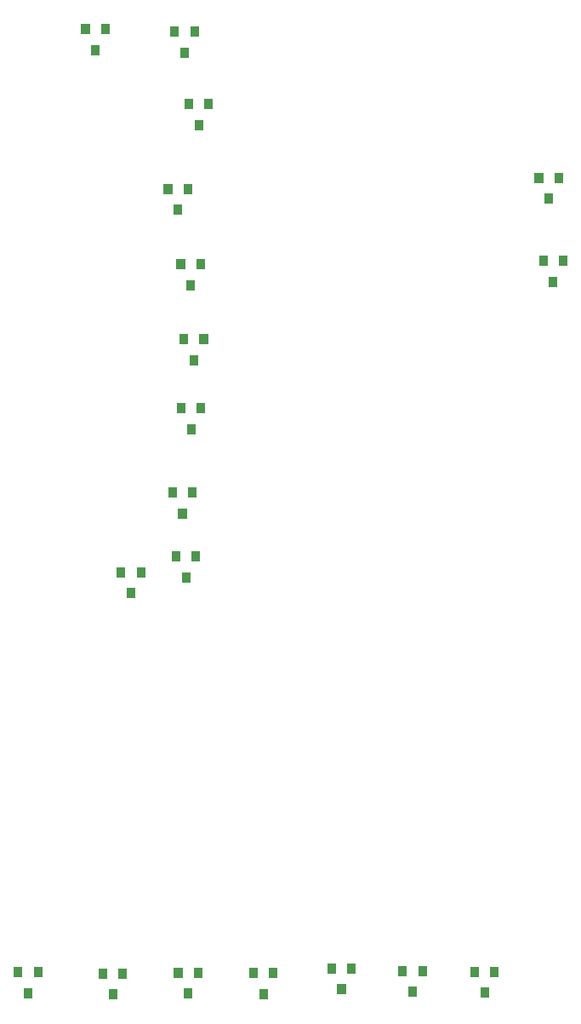
<source format=gbr>
G04 start of page 12 for group 0 layer_idx 13 *
G04 Title: liplight-art, top_paste *
G04 Creator: pcb-rnd 2.0.0 *
G04 CreationDate: 2018-08-04 21:30:55 UTC *
G04 For:  *
G04 Format: Gerber/RS-274X *
G04 PCB-Dimensions: 506299 506299 *
G04 PCB-Coordinate-Origin: lower left *
%MOIN*%
%FSLAX25Y25*%
%LNTOPPASTE*%
%ADD44C,0.0001*%
G54D44*G36*
X290956Y35740D02*X287556D01*
Y31740D01*
X290956D01*
Y35740D01*
G37*
G36*
X294856Y27540D02*X291456D01*
Y23540D01*
X294856D01*
Y27540D01*
G37*
G36*
X298756Y35740D02*X295356D01*
Y31740D01*
X298756D01*
Y35740D01*
G37*
G36*
X496723Y314076D02*X493323D01*
Y310076D01*
X496723D01*
Y314076D01*
G37*
G36*
X504523D02*X501123D01*
Y310076D01*
X504523D01*
Y314076D01*
G37*
G36*
X500623Y305876D02*X497223D01*
Y301876D01*
X500623D01*
Y305876D01*
G37*
G36*
X495012Y346682D02*X491612D01*
Y342682D01*
X495012D01*
Y346682D01*
G37*
G36*
X502812D02*X499412D01*
Y342682D01*
X502812D01*
Y346682D01*
G37*
G36*
X498912Y338482D02*X495512D01*
Y334482D01*
X498912D01*
Y338482D01*
G37*
G36*
X317339Y404812D02*X313939D01*
Y400812D01*
X317339D01*
Y404812D01*
G37*
G36*
X325139D02*X321739D01*
Y400812D01*
X325139D01*
Y404812D01*
G37*
G36*
X321239Y396612D02*X317839D01*
Y392612D01*
X321239D01*
Y396612D01*
G37*
G36*
X352252Y403838D02*X348852D01*
Y399838D01*
X352252D01*
Y403838D01*
G37*
G36*
X360052D02*X356652D01*
Y399838D01*
X360052D01*
Y403838D01*
G37*
G36*
X356152Y395638D02*X352752D01*
Y391638D01*
X356152D01*
Y395638D01*
G37*
G36*
X357800Y375499D02*X354400D01*
Y371499D01*
X357800D01*
Y375499D01*
G37*
G36*
X365600D02*X362200D01*
Y371499D01*
X365600D01*
Y375499D01*
G37*
G36*
X361700Y367299D02*X358300D01*
Y363299D01*
X361700D01*
Y367299D01*
G37*
G36*
X349674Y342271D02*X346274D01*
Y338271D01*
X349674D01*
Y342271D01*
G37*
G36*
X357474D02*X354074D01*
Y338271D01*
X357474D01*
Y342271D01*
G37*
G36*
X353574Y334071D02*X350174D01*
Y330071D01*
X353574D01*
Y334071D01*
G37*
G36*
X354674Y312743D02*X351274D01*
Y308743D01*
X354674D01*
Y312743D01*
G37*
G36*
X362474D02*X359074D01*
Y308743D01*
X362474D01*
Y312743D01*
G37*
G36*
X358574Y304543D02*X355174D01*
Y300543D01*
X358574D01*
Y304543D01*
G37*
G36*
X441566Y36225D02*X438166D01*
Y32225D01*
X441566D01*
Y36225D01*
G37*
G36*
X449366D02*X445966D01*
Y32225D01*
X449366D01*
Y36225D01*
G37*
G36*
X445466Y28025D02*X442066D01*
Y24025D01*
X445466D01*
Y28025D01*
G37*
G36*
X413725Y37233D02*X410325D01*
Y33233D01*
X413725D01*
Y37233D01*
G37*
G36*
X421525D02*X418125D01*
Y33233D01*
X421525D01*
Y37233D01*
G37*
G36*
X417625Y29033D02*X414225D01*
Y25033D01*
X417625D01*
Y29033D01*
G37*
G36*
X469800Y35999D02*X466400D01*
Y31999D01*
X469800D01*
Y35999D01*
G37*
G36*
X477600D02*X474200D01*
Y31999D01*
X477600D01*
Y35999D01*
G37*
G36*
X473700Y27799D02*X470300D01*
Y23799D01*
X473700D01*
Y27799D01*
G37*
G36*
X353627Y35611D02*X350227D01*
Y31611D01*
X353627D01*
Y35611D01*
G37*
G36*
X361427D02*X358027D01*
Y31611D01*
X361427D01*
Y35611D01*
G37*
G36*
X357527Y27411D02*X354127D01*
Y23411D01*
X357527D01*
Y27411D01*
G37*
G36*
X383155Y35512D02*X379755D01*
Y31512D01*
X383155D01*
Y35512D01*
G37*
G36*
X390955D02*X387555D01*
Y31512D01*
X390955D01*
Y35512D01*
G37*
G36*
X387055Y27312D02*X383655D01*
Y23312D01*
X387055D01*
Y27312D01*
G37*
G36*
X331949Y35267D02*X328549D01*
Y31267D01*
X331949D01*
Y35267D01*
G37*
G36*
X324149D02*X320749D01*
Y31267D01*
X324149D01*
Y35267D01*
G37*
G36*
X328049Y27067D02*X324649D01*
Y23067D01*
X328049D01*
Y27067D01*
G37*
G36*
X354800Y256499D02*X351400D01*
Y252499D01*
X354800D01*
Y256499D01*
G37*
G36*
X362600D02*X359200D01*
Y252499D01*
X362600D01*
Y256499D01*
G37*
G36*
X358700Y248299D02*X355300D01*
Y244299D01*
X358700D01*
Y248299D01*
G37*
G36*
X359241Y223413D02*X355841D01*
Y219413D01*
X359241D01*
Y223413D01*
G37*
G36*
X352800Y198499D02*X349400D01*
Y194499D01*
X352800D01*
Y198499D01*
G37*
G36*
X360600D02*X357200D01*
Y194499D01*
X360600D01*
Y198499D01*
G37*
G36*
X356700Y190299D02*X353300D01*
Y186299D01*
X356700D01*
Y190299D01*
G37*
G36*
X355341Y215213D02*X351941D01*
Y211213D01*
X355341D01*
Y215213D01*
G37*
G36*
X355833Y283380D02*X352433D01*
Y279380D01*
X355833D01*
Y283380D01*
G37*
G36*
X363633D02*X360233D01*
Y279380D01*
X363633D01*
Y283380D01*
G37*
G36*
X359733Y275180D02*X356333D01*
Y271180D01*
X359733D01*
Y275180D01*
G37*
G36*
X351441Y223413D02*X348041D01*
Y219413D01*
X351441D01*
Y223413D01*
G37*
G36*
X331233Y192220D02*X327833D01*
Y188220D01*
X331233D01*
Y192220D01*
G37*
G36*
X339033D02*X335633D01*
Y188220D01*
X339033D01*
Y192220D01*
G37*
G36*
X335133Y184020D02*X331733D01*
Y180020D01*
X335133D01*
Y184020D01*
G37*
M02*

</source>
